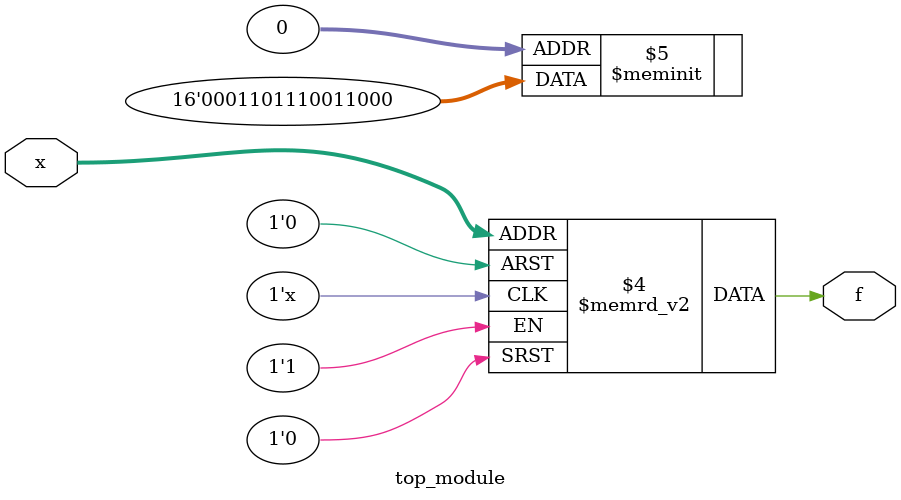
<source format=sv>
module top_module (
    input [4:1] x,
    output logic f
);

always_comb begin
    case (x)
        4'b0000: f = 0; //output d can be chosen
        4'b0001: f = 0;
        4'b0010: f = 0; //output d can be chosen
        4'b0011: f = 1;
        4'b0100: f = 1;
        4'b0101: f = 0; // fix here. should be 0
        4'b0110: f = 0;
        4'b0111: f = 1; //output d can be chosen
        4'b1000: f = 1;
        4'b1001: f = 1;
        4'b1010: f = 0;
        4'b1011: f = 1; //output d can be chosen
        4'b1100: f = 1;
        4'b1101: f = 0; // fix here. should be 0
        4'b1110: f = 0; // fix here. should be 0
        4'b1111: f = 0; // fix here. should be 0
        default: f = 0; //output d can be chosen
    endcase
end

endmodule

</source>
